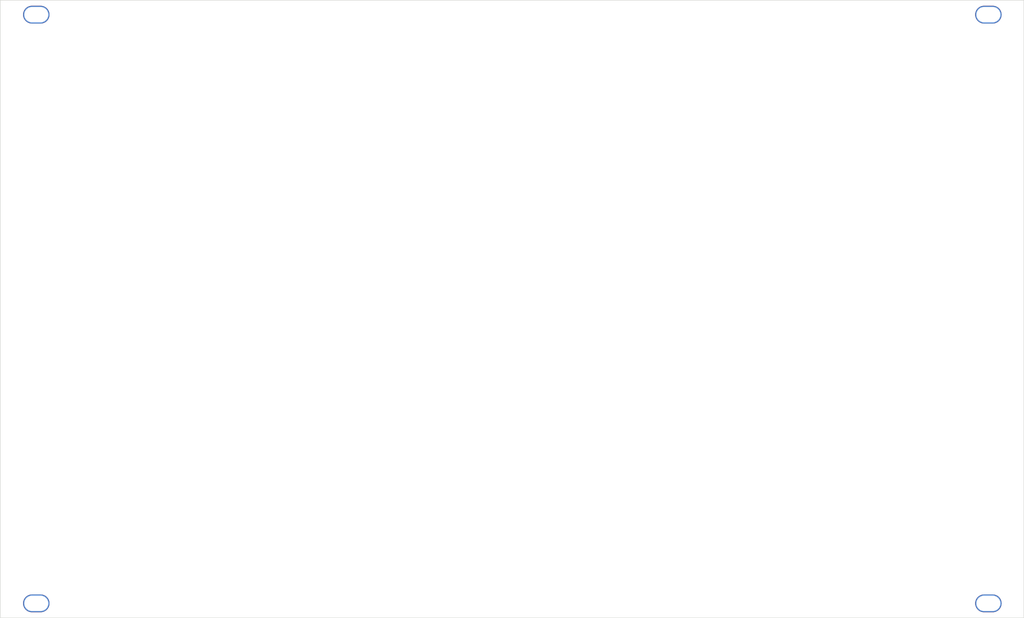
<source format=kicad_pcb>
(kicad_pcb (version 20211014) (generator pcbnew)
  (layers (0 "F.Cu" signal) (31 "B.Cu" signal) (34 "B.Paste" user) (35 "F.Paste" user) (36 "B.SilkS" user "B.Silkscreen") (37 "F.SilkS" user "F.Silkscreen") (38 "B.Mask" user) (39 "F.Mask" user) (44 "Edge.Cuts" user))
  (net 0 "")
  (footprint "" (layer "F.Cu") (at 7.5 125.5)
    (fp_text reference "" (at 0 0) (layer "F.SilkS") (effects (font (size 1.27 1.27))))
    (fp_text value "" (at 0 0) (layer "F.SilkS") (effects (font (size 1.27 1.27))))
    (pad "1" thru_hole oval (at 0 0) (size 5.5 3.7) (drill oval 5 3.2) (layers *.Cu *.Mask))
  )
  (footprint "" (layer "F.Cu") (at 205.62 3)
    (fp_text reference "" (at 0 0) (layer "F.SilkS") (effects (font (size 1.27 1.27))))
    (fp_text value "" (at 0 0) (layer "F.SilkS") (effects (font (size 1.27 1.27))))
    (pad "1" thru_hole oval (at 0 0) (size 5.5 3.7) (drill oval 5 3.2) (layers *.Cu *.Mask))
  )
  (footprint "" (layer "F.Cu") (at 7.5 3)
    (fp_text reference "" hide)
    (fp_text value "" hide)
    (pad "1" thru_hole oval (at 0 0) (size 5.5 3.7) (drill oval 5 3.2) (layers *.Cu *.Mask))
  )
  (footprint "" (layer "F.Cu") (at 205.62 125.5)
    (fp_text reference "" (at 0 0) (layer "F.SilkS") (effects (font (size 1.27 1.27))))
    (fp_text value "" (at 0 0) (layer "F.SilkS") (effects (font (size 1.27 1.27))))
    (pad "1" thru_hole oval (at 0 0) (size 5.5 3.7) (drill oval 5 3.2) (layers *.Cu *.Mask))
  )
  (gr_rect (start 0 0) (end 213 128.5) (layer "Edge.Cuts") (width 0.1) (fill none))
)
</source>
